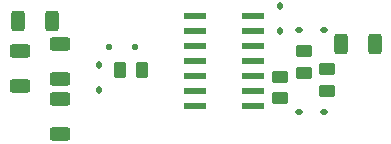
<source format=gbr>
%TF.GenerationSoftware,KiCad,Pcbnew,9.0.1*%
%TF.CreationDate,2025-07-04T12:29:26+03:00*%
%TF.ProjectId,Fan,46616e2e-6b69-4636-9164-5f7063625858,rev?*%
%TF.SameCoordinates,Original*%
%TF.FileFunction,Paste,Top*%
%TF.FilePolarity,Positive*%
%FSLAX46Y46*%
G04 Gerber Fmt 4.6, Leading zero omitted, Abs format (unit mm)*
G04 Created by KiCad (PCBNEW 9.0.1) date 2025-07-04 12:29:26*
%MOMM*%
%LPD*%
G01*
G04 APERTURE LIST*
G04 Aperture macros list*
%AMRoundRect*
0 Rectangle with rounded corners*
0 $1 Rounding radius*
0 $2 $3 $4 $5 $6 $7 $8 $9 X,Y pos of 4 corners*
0 Add a 4 corners polygon primitive as box body*
4,1,4,$2,$3,$4,$5,$6,$7,$8,$9,$2,$3,0*
0 Add four circle primitives for the rounded corners*
1,1,$1+$1,$2,$3*
1,1,$1+$1,$4,$5*
1,1,$1+$1,$6,$7*
1,1,$1+$1,$8,$9*
0 Add four rect primitives between the rounded corners*
20,1,$1+$1,$2,$3,$4,$5,0*
20,1,$1+$1,$4,$5,$6,$7,0*
20,1,$1+$1,$6,$7,$8,$9,0*
20,1,$1+$1,$8,$9,$2,$3,0*%
G04 Aperture macros list end*
%ADD10RoundRect,0.250000X0.312500X0.625000X-0.312500X0.625000X-0.312500X-0.625000X0.312500X-0.625000X0*%
%ADD11RoundRect,0.125000X0.125000X0.125000X-0.125000X0.125000X-0.125000X-0.125000X0.125000X-0.125000X0*%
%ADD12RoundRect,0.112500X-0.112500X0.187500X-0.112500X-0.187500X0.112500X-0.187500X0.112500X0.187500X0*%
%ADD13RoundRect,0.112500X-0.187500X-0.112500X0.187500X-0.112500X0.187500X0.112500X-0.187500X0.112500X0*%
%ADD14RoundRect,0.112500X0.187500X0.112500X-0.187500X0.112500X-0.187500X-0.112500X0.187500X-0.112500X0*%
%ADD15R,1.969999X0.558000*%
%ADD16RoundRect,0.250000X-0.450000X0.262500X-0.450000X-0.262500X0.450000X-0.262500X0.450000X0.262500X0*%
%ADD17RoundRect,0.250000X0.625000X-0.312500X0.625000X0.312500X-0.625000X0.312500X-0.625000X-0.312500X0*%
%ADD18RoundRect,0.250000X0.450000X-0.262500X0.450000X0.262500X-0.450000X0.262500X-0.450000X-0.262500X0*%
%ADD19RoundRect,0.250000X-0.625000X0.312500X-0.625000X-0.312500X0.625000X-0.312500X0.625000X0.312500X0*%
%ADD20RoundRect,0.250000X0.262500X0.450000X-0.262500X0.450000X-0.262500X-0.450000X0.262500X-0.450000X0*%
G04 APERTURE END LIST*
D10*
%TO.C,R22*%
X101687500Y-55875000D03*
X104612500Y-55875000D03*
%TD*%
D11*
%TO.C,DZ1*%
X111650000Y-58050000D03*
X109450000Y-58050000D03*
%TD*%
D12*
%TO.C,D4*%
X108600000Y-59650000D03*
X108600000Y-61750000D03*
%TD*%
D13*
%TO.C,D2*%
X125500000Y-56675000D03*
X127600000Y-56675000D03*
%TD*%
D14*
%TO.C,D3*%
X127600000Y-63575000D03*
X125500000Y-63575000D03*
%TD*%
D12*
%TO.C,D1*%
X123900000Y-54650000D03*
X123900000Y-56750000D03*
%TD*%
D15*
%TO.C,U2*%
X116673700Y-55500000D03*
X116673700Y-56770000D03*
X116673700Y-58040000D03*
X116673700Y-59310000D03*
X116673700Y-60580000D03*
X116673700Y-61850000D03*
X116673700Y-63120000D03*
X121601300Y-63120000D03*
X121601300Y-61850000D03*
X121601300Y-60580000D03*
X121601300Y-59310000D03*
X121601300Y-58040000D03*
X121601300Y-56770000D03*
X121601300Y-55500000D03*
%TD*%
D16*
%TO.C,R6*%
X127875000Y-59962500D03*
X127875000Y-61787500D03*
%TD*%
D17*
%TO.C,R23*%
X105275000Y-60800000D03*
X105275000Y-57875000D03*
%TD*%
D18*
%TO.C,R3*%
X123900000Y-62425000D03*
X123900000Y-60600000D03*
%TD*%
D16*
%TO.C,R7*%
X125900000Y-58450000D03*
X125900000Y-60275000D03*
%TD*%
D19*
%TO.C,R21*%
X101850000Y-58462500D03*
X101850000Y-61387500D03*
%TD*%
D10*
%TO.C,R1*%
X131962500Y-57800000D03*
X129037500Y-57800000D03*
%TD*%
D20*
%TO.C,R8*%
X112212500Y-60000000D03*
X110387500Y-60000000D03*
%TD*%
D17*
%TO.C,R24*%
X105275000Y-65450000D03*
X105275000Y-62525000D03*
%TD*%
M02*

</source>
